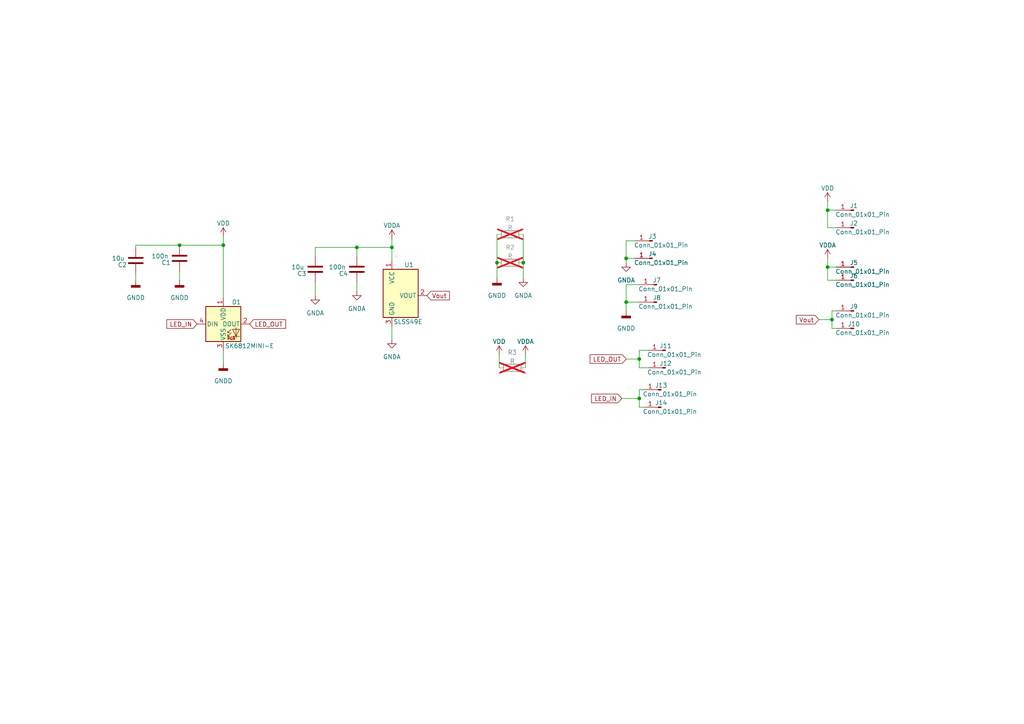
<source format=kicad_sch>
(kicad_sch (version 20230121) (generator eeschema)
  (paper "A4")
  (lib_symbols
    (symbol "Connector:Conn_01x01_Pin" (pin_names (offset 1.016) hide)
      (property "Reference" "J" (at 0 2.54 0))
      (property "Value" "Conn_01x01_Pin" (at 0 -2.54 0))
      (symbol "Conn_01x01_Pin_1_1"
        (polyline (pts (xy 1.27 0) (xy 0.8636 0)) (stroke (width 0.1524)))
        (rectangle (start 0.8636 0.127) (end 0 -0.127) (stroke (width 0.1524)) (fill (type outline)))
        (pin passive line (at 5.08 0 180) (length 3.81) (name "Pin_1") (number "1"))
      )
    )
    (symbol "Device:C" (pin_numbers hide) (pin_names (offset 0.254))
      (property "Reference" "C" (at 0.635 2.54 0))
      (property "Value" "C" (at 0.635 -2.54 0))
      (symbol "C_0_1"
        (polyline (pts (xy -2.032 -0.762) (xy 2.032 -0.762)) (stroke (width 0.508)))
        (polyline (pts (xy -2.032 0.762) (xy 2.032 0.762)) (stroke (width 0.508)))
      )
      (symbol "C_1_1"
        (pin passive line (at 0 3.81 270) (length 2.794) (name "~") (number "1"))
        (pin passive line (at 0 -3.81 90) (length 2.794) (name "~") (number "2"))
      )
    )
    (symbol "Device:R" (pin_numbers hide) (pin_names (offset 0))
      (property "Reference" "R" (at 2.032 0 90))
      (property "Value" "R" (at 0 0 90))
      (symbol "R_0_1"
        (rectangle (start -1.016 -2.54) (end 1.016 2.54) (stroke (width 0.254)))
      )
      (symbol "R_1_1"
        (pin passive line (at 0 3.81 270) (length 1.27) (name "~") (number "1"))
        (pin passive line (at 0 -3.81 90) (length 1.27) (name "~") (number "2"))
      )
    )
    (symbol "Sensor_Magnetic:SS39ET"
      (property "Reference" "U" (at 0 8.89 0))
      (property "Value" "SS39ET" (at 2.54 6.35 0))
      (symbol "SS39ET_0_1"
        (rectangle (start -5.08 5.08) (end 5.08 -8.89) (stroke (width 0.254)) (fill (type background)))
        (rectangle (start -1.27 8.89) (end -1.27 8.89))
        (rectangle (start -1.27 8.89) (end -1.27 8.89))
      )
      (symbol "SS39ET_1_1"
        (pin power_in line (at -2.54 7.62 270) (length 2.54) (name "VCC") (number "1"))
        (pin open_collector line (at 7.62 -2.54 180) (length 2.54) (name "VOUT") (number "2"))
        (pin power_in line (at -2.54 -11.43 90) (length 2.54) (name "GND") (number "3"))
      )
    )
    (symbol "YAEMK:SK6812MINI-E" (pin_names (offset 0.254))
      (property "Reference" "D" (at 5.08 5.715 0))
      (property "Value" "SK6812MINI-E" (at 1.27 -5.715 0))
      (symbol "SK6812MINI-E_0_0"
        (text "RGB" (at 2.286 -4.191 0) (effects (font (size 0.762 0.762))))
      )
      (symbol "SK6812MINI-E_0_1"
        (polyline (pts (xy 1.27 -3.556) (xy 1.778 -3.556)))
        (polyline (pts (xy 1.27 -2.54) (xy 1.778 -2.54)))
        (polyline (pts (xy 4.699 -3.556) (xy 2.667 -3.556)))
        (polyline (pts (xy 2.286 -2.54) (xy 1.27 -3.556) (xy 1.27 -3.048)))
        (polyline (pts (xy 2.286 -1.524) (xy 1.27 -2.54) (xy 1.27 -2.032)))
        (polyline (pts (xy 3.683 -1.016) (xy 3.683 -3.556) (xy 3.683 -4.064)))
        (polyline (pts (xy 4.699 -1.524) (xy 2.667 -1.524) (xy 3.683 -3.556) (xy 4.699 -1.524)))
        (rectangle (start 5.08 5.08) (end -5.08 -5.08) (stroke (width 0.254)) (fill (type background)))
      )
      (symbol "SK6812MINI-E_1_1"
        (pin power_in line (at 0 7.62 270) (length 2.54) (name "VDD") (number "1"))
        (pin output line (at 7.62 0 180) (length 2.54) (name "DOUT") (number "2"))
        (pin power_in line (at 0 -7.62 90) (length 2.54) (name "VSS") (number "3"))
        (pin input line (at -7.62 0 0) (length 2.54) (name "DIN") (number "4"))
      )
    )
    (symbol "power:GNDA" (power) (pin_names (offset 0))
      (property "Value" "GNDA" (at 0 -3.81 0))
      (symbol "GNDA_0_1"
        (polyline (pts (xy 0 0) (xy 0 -1.27) (xy 1.27 -1.27) (xy 0 -2.54) (xy -1.27 -1.27) (xy 0 -1.27)))
      )
      (symbol "GNDA_1_1"
        (pin power_in line (at 0 0 270) (length 0) hide (name "GNDA") (number "1"))
      )
    )
    (symbol "power:GNDD" (power) (pin_names (offset 0))
      (property "Value" "GNDD" (at 0 -3.175 0))
      (symbol "GNDD_0_1"
        (rectangle (start -1.27 -1.524) (end 1.27 -2.032) (stroke (width 0.254)) (fill (type outline)))
        (polyline (pts (xy 0 0) (xy 0 -1.524)))
      )
      (symbol "GNDD_1_1"
        (pin power_in line (at 0 0 270) (length 0) hide (name "GNDD") (number "1"))
      )
    )
    (symbol "power:VDD" (power) (pin_names (offset 0))
      (property "Value" "VDD" (at 0 3.81 0))
      (symbol "VDD_0_1"
        (polyline (pts (xy -0.762 1.27) (xy 0 2.54)))
        (polyline (pts (xy 0 0) (xy 0 2.54)))
        (polyline (pts (xy 0 2.54) (xy 0.762 1.27)))
      )
      (symbol "VDD_1_1"
        (pin power_in line (at 0 0 90) (length 0) hide (name "VDD") (number "1"))
      )
    )
    (symbol "power:VDDA" (power) (pin_names (offset 0))
      (property "Value" "VDDA" (at 0 3.81 0))
      (symbol "VDDA_0_1"
        (polyline (pts (xy -0.762 1.27) (xy 0 2.54)))
        (polyline (pts (xy 0 0) (xy 0 2.54)))
        (polyline (pts (xy 0 2.54) (xy 0.762 1.27)))
      )
      (symbol "VDDA_1_1"
        (pin power_in line (at 0 0 90) (length 0) hide (name "VDDA") (number "1"))
      )
    )
  )
  (junction (at 113.665 71.755))
  (junction (at 181.61 87.63))
  (junction (at 52.07 71.12))
  (junction (at 240.03 77.47))
  (junction (at 144.145 76.2))
  (junction (at 185.42 115.57))
  (junction (at 151.765 76.2))
  (junction (at 64.77 71.12))
  (junction (at 181.61 74.93))
  (junction (at 241.3 92.71))
  (junction (at 185.42 104.14))
  (junction (at 103.505 71.755))
  (junction (at 240.03 60.96))
  (wire (pts (xy 185.42 118.11) (xy 186.69 118.11)))
  (wire (pts (xy 181.61 90.17) (xy 181.61 87.63)))
  (wire (pts (xy 240.03 77.47) (xy 242.57 77.47)))
  (wire (pts (xy 185.42 104.14) (xy 185.42 101.6)))
  (wire (pts (xy 240.03 66.04) (xy 242.57 66.04)))
  (wire (pts (xy 240.03 60.96) (xy 240.03 66.04)))
  (wire (pts (xy 241.3 95.25) (xy 242.57 95.25)))
  (wire (pts (xy 113.665 94.615) (xy 113.665 98.425)))
  (wire (pts (xy 185.42 113.03) (xy 186.69 113.03)))
  (wire (pts (xy 181.61 87.63) (xy 185.42 87.63)))
  (wire (pts (xy 91.44 71.755) (xy 103.505 71.755)))
  (wire (pts (xy 181.61 104.14) (xy 185.42 104.14)))
  (wire (pts (xy 181.61 82.55) (xy 185.42 82.55)))
  (wire (pts (xy 39.37 79.375) (xy 39.37 81.28)))
  (wire (pts (xy 144.145 76.2) (xy 144.145 80.645)))
  (wire (pts (xy 151.765 67.945) (xy 151.765 76.2)))
  (wire (pts (xy 113.665 71.755) (xy 113.665 75.565)))
  (wire (pts (xy 144.78 102.87) (xy 144.78 106.68)))
  (wire (pts (xy 240.03 58.42) (xy 240.03 60.96)))
  (wire (pts (xy 52.07 78.74) (xy 52.07 81.28)))
  (wire (pts (xy 64.77 71.12) (xy 64.77 86.36)))
  (wire (pts (xy 64.77 68.58) (xy 64.77 71.12)))
  (wire (pts (xy 185.42 115.57) (xy 185.42 118.11)))
  (wire (pts (xy 64.77 101.6) (xy 64.77 105.41)))
  (wire (pts (xy 185.42 104.14) (xy 185.42 106.68)))
  (wire (pts (xy 237.49 92.71) (xy 241.3 92.71)))
  (wire (pts (xy 240.03 81.28) (xy 242.57 81.28)))
  (wire (pts (xy 240.03 60.96) (xy 242.57 60.96)))
  (wire (pts (xy 144.145 67.945) (xy 144.145 76.2)))
  (wire (pts (xy 240.03 74.93) (xy 240.03 77.47)))
  (wire (pts (xy 39.37 71.755) (xy 39.37 71.12)))
  (wire (pts (xy 181.61 74.93) (xy 184.15 74.93)))
  (wire (pts (xy 39.37 71.12) (xy 52.07 71.12)))
  (wire (pts (xy 241.3 92.71) (xy 241.3 95.25)))
  (wire (pts (xy 103.505 71.755) (xy 103.505 74.295)))
  (wire (pts (xy 181.61 74.93) (xy 181.61 76.2)))
  (wire (pts (xy 181.61 69.85) (xy 181.61 74.93)))
  (wire (pts (xy 91.44 71.755) (xy 91.44 74.295)))
  (wire (pts (xy 91.44 81.915) (xy 91.44 85.725)))
  (wire (pts (xy 185.42 115.57) (xy 185.42 113.03)))
  (wire (pts (xy 184.15 69.85) (xy 181.61 69.85)))
  (wire (pts (xy 52.07 71.12) (xy 64.77 71.12)))
  (wire (pts (xy 113.665 69.215) (xy 113.665 71.755)))
  (wire (pts (xy 103.505 81.915) (xy 103.505 84.455)))
  (wire (pts (xy 185.42 101.6) (xy 187.96 101.6)))
  (wire (pts (xy 152.4 102.87) (xy 152.4 106.68)))
  (wire (pts (xy 103.505 71.755) (xy 113.665 71.755)))
  (wire (pts (xy 180.34 115.57) (xy 185.42 115.57)))
  (wire (pts (xy 181.61 87.63) (xy 181.61 82.55)))
  (wire (pts (xy 241.3 90.17) (xy 241.3 92.71)))
  (wire (pts (xy 151.765 76.2) (xy 151.765 80.645)))
  (wire (pts (xy 185.42 106.68) (xy 187.96 106.68)))
  (wire (pts (xy 242.57 90.17) (xy 241.3 90.17)))
  (wire (pts (xy 240.03 77.47) (xy 240.03 81.28)))
  (global_label "LED_OUT" (shape input) (at 181.61 104.14 180) (property "Intersheetrefs" "${INTERSHEET_REFS}" (effects hide)))
  (global_label "Vout" (shape input) (at 237.49 92.71 180) (property "Intersheetrefs" "${INTERSHEET_REFS}" (effects hide)))
  (global_label "LED_IN" (shape input) (at 180.34 115.57 180) (property "Intersheetrefs" "${INTERSHEET_REFS}" (effects hide)))
  (global_label "Vout" (shape input) (at 123.825 85.725 0) (property "Intersheetrefs" "${INTERSHEET_REFS}" (effects hide)))
  (global_label "LED_OUT" (shape input) (at 72.39 93.98 0) (property "Intersheetrefs" "${INTERSHEET_REFS}" (effects hide)))
  (global_label "LED_IN" (shape input) (at 57.15 93.98 180) (property "Intersheetrefs" "${INTERSHEET_REFS}" (effects hide)))
  (symbol (lib_id "Connector:Conn_01x01_Pin") (at 189.23 74.93 180) (unit 1)
    (property "Reference" "J4" (at 189.23 73.66 0))
    (property "Value" "Conn_01x01_Pin" (at 191.77 76.2 0))
    (property "Footprint" "Connector_PinHeader_2.54mm:PinHeader_1x01_P2.54mm_Vertical" (effects hide))
  )
  (symbol (lib_id "Device:R") (at 147.955 67.945 90) (unit 1) (dnp yes)
    (property "Reference" "R1" (at 147.955 63.5 90))
    (property "Value" "R" (at 147.955 66.04 90))
    (property "Footprint" "Capacitor_SMD:C_0603_1608Metric" (effects hide))
  )
  (symbol (lib_id "Device:C") (at 91.44 78.105 180) (unit 1)
    (property "Reference" "C3" (at 88.9 79.375 0) (effects (justify left)))
    (property "Value" "10u" (at 88.265 77.47 0) (effects (justify left)))
    (property "Footprint" "Capacitor_SMD:C_0603_1608Metric" (effects hide))
  )
  (symbol (lib_id "power:VDD") (at 144.78 102.87 0) (unit 1)
    (property "Reference" "#PWR016" (effects hide))
    (property "Value" "VDD" (at 144.78 99.06 0))
  )
  (symbol (lib_id "Connector:Conn_01x01_Pin") (at 193.04 106.68 180) (unit 1)
    (property "Reference" "J12" (at 193.04 105.41 0))
    (property "Value" "Conn_01x01_Pin" (at 195.58 107.95 0))
    (property "Footprint" "Connector_PinHeader_2.54mm:PinHeader_1x01_P2.54mm_Vertical" (effects hide))
  )
  (symbol (lib_id "power:GNDA") (at 151.765 80.645 0) (unit 1)
    (property "Reference" "#PWR07" (effects hide))
    (property "Value" "GNDA" (at 151.765 85.725 0))
  )
  (symbol (lib_id "Connector:Conn_01x01_Pin") (at 191.77 118.11 180) (unit 1)
    (property "Reference" "J14" (at 191.77 116.84 0))
    (property "Value" "Conn_01x01_Pin" (at 194.31 119.38 0))
    (property "Footprint" "Connector_PinHeader_2.54mm:PinHeader_1x01_P2.54mm_Vertical" (effects hide))
  )
  (symbol (lib_id "power:VDDA") (at 240.03 74.93 0) (unit 1)
    (property "Reference" "#PWR04" (effects hide))
    (property "Value" "VDDA" (at 240.03 71.12 0))
  )
  (symbol (lib_id "Device:R") (at 147.955 76.2 90) (unit 1) (dnp yes)
    (property "Reference" "R2" (at 147.955 71.755 90))
    (property "Value" "R" (at 147.955 74.295 90))
    (property "Footprint" "Capacitor_SMD:C_0603_1608Metric" (effects hide))
  )
  (symbol (lib_id "power:GNDD") (at 52.07 81.28 0) (unit 1)
    (property "Reference" "#PWR09" (effects hide))
    (property "Value" "GNDD" (at 52.07 86.36 0))
  )
  (symbol (lib_id "Connector:Conn_01x01_Pin") (at 247.65 81.28 180) (unit 1)
    (property "Reference" "J6" (at 247.65 80.01 0))
    (property "Value" "Conn_01x01_Pin" (at 250.19 82.55 0))
    (property "Footprint" "Connector_PinHeader_2.54mm:PinHeader_1x01_P2.54mm_Vertical" (effects hide))
  )
  (symbol (lib_id "power:GNDA") (at 91.44 85.725 0) (unit 1)
    (property "Reference" "#PWR011" (effects hide))
    (property "Value" "GNDA" (at 91.44 90.805 0))
  )
  (symbol (lib_id "Connector:Conn_01x01_Pin") (at 247.65 66.04 180) (unit 1)
    (property "Reference" "J2" (at 247.65 64.77 0))
    (property "Value" "Conn_01x01_Pin" (at 250.19 67.31 0))
    (property "Footprint" "Connector_PinHeader_2.54mm:PinHeader_1x01_P2.54mm_Vertical" (effects hide))
  )
  (symbol (lib_id "power:GNDD") (at 64.77 105.41 0) (unit 1)
    (property "Reference" "#PWR014" (effects hide))
    (property "Value" "GNDD" (at 64.77 110.49 0))
  )
  (symbol (lib_id "power:GNDD") (at 144.145 80.645 0) (unit 1)
    (property "Reference" "#PWR06" (effects hide))
    (property "Value" "GNDD" (at 144.145 85.725 0))
  )
  (symbol (lib_id "power:VDD") (at 64.77 68.58 0) (unit 1)
    (property "Reference" "#PWR02" (effects hide))
    (property "Value" "VDD" (at 64.77 64.77 0))
  )
  (symbol (lib_id "Connector:Conn_01x01_Pin") (at 191.77 113.03 180) (unit 1)
    (property "Reference" "J13" (at 191.77 111.76 0))
    (property "Value" "Conn_01x01_Pin" (at 194.31 114.3 0))
    (property "Footprint" "Connector_PinHeader_2.54mm:PinHeader_1x01_P2.54mm_Vertical" (effects hide))
  )
  (symbol (lib_id "power:GNDD") (at 181.61 90.17 0) (unit 1)
    (property "Reference" "#PWR012" (effects hide))
    (property "Value" "GNDD" (at 181.61 95.25 0))
  )
  (symbol (lib_id "power:VDDA") (at 113.665 69.215 0) (unit 1)
    (property "Reference" "#PWR03" (effects hide))
    (property "Value" "VDDA" (at 113.665 65.405 0))
  )
  (symbol (lib_id "Connector:Conn_01x01_Pin") (at 189.23 69.85 180) (unit 1)
    (property "Reference" "J3" (at 189.23 68.58 0))
    (property "Value" "Conn_01x01_Pin" (at 191.77 71.12 0))
    (property "Footprint" "Connector_PinHeader_2.54mm:PinHeader_1x01_P2.54mm_Vertical" (effects hide))
  )
  (symbol (lib_id "power:GNDA") (at 181.61 76.2 0) (unit 1)
    (property "Reference" "#PWR05" (effects hide))
    (property "Value" "GNDA" (at 181.61 81.28 0))
  )
  (symbol (lib_id "power:GNDA") (at 113.665 98.425 0) (unit 1)
    (property "Reference" "#PWR013" (effects hide))
    (property "Value" "GNDA" (at 113.665 103.505 0))
  )
  (symbol (lib_id "Connector:Conn_01x01_Pin") (at 247.65 60.96 180) (unit 1)
    (property "Reference" "J1" (at 247.65 59.69 0))
    (property "Value" "Conn_01x01_Pin" (at 250.19 62.23 0))
    (property "Footprint" "Connector_PinHeader_2.54mm:PinHeader_1x01_P2.54mm_Vertical" (effects hide))
  )
  (symbol (lib_id "Connector:Conn_01x01_Pin") (at 190.5 87.63 180) (unit 1)
    (property "Reference" "J8" (at 190.5 86.36 0))
    (property "Value" "Conn_01x01_Pin" (at 193.04 88.9 0))
    (property "Footprint" "Connector_PinHeader_2.54mm:PinHeader_1x01_P2.54mm_Vertical" (effects hide))
  )
  (symbol (lib_id "Device:C") (at 103.505 78.105 180) (unit 1)
    (property "Reference" "C4" (at 100.965 79.375 0) (effects (justify left)))
    (property "Value" "100n" (at 100.33 77.47 0) (effects (justify left)))
    (property "Footprint" "Capacitor_SMD:C_0603_1608Metric" (effects hide))
  )
  (symbol (lib_id "Connector:Conn_01x01_Pin") (at 247.65 77.47 180) (unit 1)
    (property "Reference" "J5" (at 247.65 76.2 0))
    (property "Value" "Conn_01x01_Pin" (at 250.19 78.74 0))
    (property "Footprint" "Connector_PinHeader_2.54mm:PinHeader_1x01_P2.54mm_Vertical" (effects hide))
  )
  (symbol (lib_id "Device:R") (at 148.59 106.68 90) (unit 1) (dnp yes)
    (property "Reference" "R3" (at 148.59 102.235 90))
    (property "Value" "R" (at 148.59 104.775 90))
    (property "Footprint" "Capacitor_SMD:C_0603_1608Metric" (effects hide))
  )
  (symbol (lib_id "power:GNDA") (at 103.505 84.455 0) (unit 1)
    (property "Reference" "#PWR010" (effects hide))
    (property "Value" "GNDA" (at 103.505 89.535 0))
  )
  (symbol (lib_id "power:VDDA") (at 152.4 102.87 0) (unit 1)
    (property "Reference" "#PWR015" (effects hide))
    (property "Value" "VDDA" (at 152.4 99.06 0))
  )
  (symbol (lib_id "Connector:Conn_01x01_Pin") (at 190.5 82.55 180) (unit 1)
    (property "Reference" "J7" (at 190.5 81.28 0))
    (property "Value" "Conn_01x01_Pin" (at 193.04 83.82 0))
    (property "Footprint" "Connector_PinHeader_2.54mm:PinHeader_1x01_P2.54mm_Vertical" (effects hide))
  )
  (symbol (lib_id "YAEMK:SK6812MINI-E") (at 64.77 93.98 0) (unit 1)
    (property "Reference" "D1" (at 68.58 87.63 0))
    (property "Value" "SK6812MINI-E" (at 72.39 100.33 0))
    (property "Footprint" "prettylib:SK6812_mini_e_flipable" (effects hide))
  )
  (symbol (lib_id "Sensor_Magnetic:SS39ET") (at 116.205 83.185 0) (unit 1)
    (property "Reference" "U1" (at 120.015 76.835 0) (effects (justify right)))
    (property "Value" "SLSS49E" (at 122.555 93.345 0) (effects (justify right)))
    (property "Footprint" "Package_TO_SOT_SMD:SOT-23-3" (effects hide))
  )
  (symbol (lib_id "power:VDD") (at 240.03 58.42 0) (unit 1)
    (property "Reference" "#PWR01" (effects hide))
    (property "Value" "VDD" (at 240.03 54.61 0))
  )
  (symbol (lib_id "Connector:Conn_01x01_Pin") (at 247.65 95.25 180) (unit 1)
    (property "Reference" "J10" (at 247.65 93.98 0))
    (property "Value" "Conn_01x01_Pin" (at 250.19 96.52 0))
    (property "Footprint" "Connector_PinHeader_2.54mm:PinHeader_1x01_P2.54mm_Vertical" (effects hide))
  )
  (symbol (lib_id "Connector:Conn_01x01_Pin") (at 193.04 101.6 180) (unit 1)
    (property "Reference" "J11" (at 193.04 100.33 0))
    (property "Value" "Conn_01x01_Pin" (at 195.58 102.87 0))
    (property "Footprint" "Connector_PinHeader_2.54mm:PinHeader_1x01_P2.54mm_Vertical" (effects hide))
  )
  (symbol (lib_id "power:GNDD") (at 39.37 81.28 0) (unit 1)
    (property "Reference" "#PWR08" (effects hide))
    (property "Value" "GNDD" (at 39.37 86.36 0))
  )
  (symbol (lib_id "Device:C") (at 39.37 75.565 180) (unit 1)
    (property "Reference" "C2" (at 36.83 76.835 0) (effects (justify left)))
    (property "Value" "10u" (at 36.195 74.93 0) (effects (justify left)))
    (property "Footprint" "Capacitor_SMD:C_0603_1608Metric" (effects hide))
  )
  (symbol (lib_id "Device:C") (at 52.07 74.93 180) (unit 1)
    (property "Reference" "C1" (at 49.53 76.2 0) (effects (justify left)))
    (property "Value" "100n" (at 48.895 74.295 0) (effects (justify left)))
    (property "Footprint" "Capacitor_SMD:C_0603_1608Metric" (effects hide))
  )
  (symbol (lib_id "Connector:Conn_01x01_Pin") (at 247.65 90.17 180) (unit 1)
    (property "Reference" "J9" (at 247.65 88.9 0))
    (property "Value" "Conn_01x01_Pin" (at 250.19 91.44 0))
    (property "Footprint" "Connector_PinHeader_2.54mm:PinHeader_1x01_P2.54mm_Vertical" (effects hide))
  )
)
</source>
